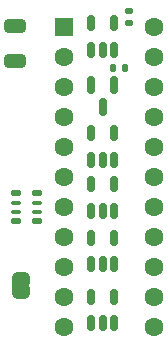
<source format=gbr>
%TF.GenerationSoftware,KiCad,Pcbnew,9.0.2*%
%TF.CreationDate,2025-08-20T10:22:47+06:00*%
%TF.ProjectId,hp3478a-fram,68703334-3738-4612-9d66-72616d2e6b69,rev?*%
%TF.SameCoordinates,Original*%
%TF.FileFunction,Soldermask,Bot*%
%TF.FilePolarity,Negative*%
%FSLAX46Y46*%
G04 Gerber Fmt 4.6, Leading zero omitted, Abs format (unit mm)*
G04 Created by KiCad (PCBNEW 9.0.2) date 2025-08-20 10:22:47*
%MOMM*%
%LPD*%
G01*
G04 APERTURE LIST*
G04 Aperture macros list*
%AMRoundRect*
0 Rectangle with rounded corners*
0 $1 Rounding radius*
0 $2 $3 $4 $5 $6 $7 $8 $9 X,Y pos of 4 corners*
0 Add a 4 corners polygon primitive as box body*
4,1,4,$2,$3,$4,$5,$6,$7,$8,$9,$2,$3,0*
0 Add four circle primitives for the rounded corners*
1,1,$1+$1,$2,$3*
1,1,$1+$1,$4,$5*
1,1,$1+$1,$6,$7*
1,1,$1+$1,$8,$9*
0 Add four rect primitives between the rounded corners*
20,1,$1+$1,$2,$3,$4,$5,0*
20,1,$1+$1,$4,$5,$6,$7,0*
20,1,$1+$1,$6,$7,$8,$9,0*
20,1,$1+$1,$8,$9,$2,$3,0*%
%AMFreePoly0*
4,1,23,0.500000,-0.750000,0.000000,-0.750000,0.000000,-0.745722,-0.065263,-0.745722,-0.191342,-0.711940,-0.304381,-0.646677,-0.396677,-0.554381,-0.461940,-0.441342,-0.495722,-0.315263,-0.495722,-0.250000,-0.500000,-0.250000,-0.500000,0.250000,-0.495722,0.250000,-0.495722,0.315263,-0.461940,0.441342,-0.396677,0.554381,-0.304381,0.646677,-0.191342,0.711940,-0.065263,0.745722,0.000000,0.745722,
0.000000,0.750000,0.500000,0.750000,0.500000,-0.750000,0.500000,-0.750000,$1*%
%AMFreePoly1*
4,1,23,0.000000,0.745722,0.065263,0.745722,0.191342,0.711940,0.304381,0.646677,0.396677,0.554381,0.461940,0.441342,0.495722,0.315263,0.495722,0.250000,0.500000,0.250000,0.500000,-0.250000,0.495722,-0.250000,0.495722,-0.315263,0.461940,-0.441342,0.396677,-0.554381,0.304381,-0.646677,0.191342,-0.711940,0.065263,-0.745722,0.000000,-0.745722,0.000000,-0.750000,-0.500000,-0.750000,
-0.500000,0.750000,0.000000,0.750000,0.000000,0.745722,0.000000,0.745722,$1*%
G04 Aperture macros list end*
%ADD10RoundRect,0.250000X-0.550000X-0.550000X0.550000X-0.550000X0.550000X0.550000X-0.550000X0.550000X0*%
%ADD11C,1.600000*%
%ADD12RoundRect,0.125000X0.275000X0.125000X-0.275000X0.125000X-0.275000X-0.125000X0.275000X-0.125000X0*%
%ADD13RoundRect,0.100000X0.300000X0.100000X-0.300000X0.100000X-0.300000X-0.100000X0.300000X-0.100000X0*%
%ADD14RoundRect,0.150000X0.150000X-0.512500X0.150000X0.512500X-0.150000X0.512500X-0.150000X-0.512500X0*%
%ADD15RoundRect,0.140000X0.170000X-0.140000X0.170000X0.140000X-0.170000X0.140000X-0.170000X-0.140000X0*%
%ADD16RoundRect,0.150000X-0.150000X0.587500X-0.150000X-0.587500X0.150000X-0.587500X0.150000X0.587500X0*%
%ADD17FreePoly0,90.000000*%
%ADD18FreePoly1,90.000000*%
%ADD19RoundRect,0.135000X0.135000X0.185000X-0.135000X0.185000X-0.135000X-0.185000X0.135000X-0.185000X0*%
%ADD20RoundRect,0.250000X-0.650000X0.325000X-0.650000X-0.325000X0.650000X-0.325000X0.650000X0.325000X0*%
G04 APERTURE END LIST*
%TO.C,JP1*%
G36*
X65750000Y-74600000D02*
G01*
X64250000Y-74600000D01*
X64250000Y-74300000D01*
X65750000Y-74300000D01*
X65750000Y-74600000D01*
G37*
%TD*%
D10*
%TO.C,J1*%
X68692500Y-52565000D03*
D11*
X68692500Y-55105000D03*
X68692500Y-57645000D03*
X68692500Y-60185000D03*
X68692500Y-62725000D03*
X68692500Y-65265000D03*
X68692500Y-67805000D03*
X68692500Y-70345000D03*
X68692500Y-72885000D03*
X68692500Y-75425000D03*
X68692500Y-77965000D03*
X76312500Y-77965000D03*
X76312500Y-75425000D03*
X76312500Y-72885000D03*
X76312500Y-70345000D03*
X76312500Y-67805000D03*
X76312500Y-65265000D03*
X76312500Y-62725000D03*
X76312500Y-60185000D03*
X76312500Y-57645000D03*
X76312500Y-55105000D03*
X76312500Y-52565000D03*
%TD*%
D12*
%TO.C,RN2*%
X66400000Y-66600000D03*
D13*
X66400000Y-67400000D03*
X66400000Y-68200000D03*
D12*
X66400000Y-69000000D03*
X64600000Y-69000000D03*
D13*
X64600000Y-68200000D03*
X64600000Y-67400000D03*
D12*
X64600000Y-66600000D03*
%TD*%
D14*
%TO.C,U4*%
X72900000Y-77637500D03*
X71950000Y-77637500D03*
X71000000Y-77637500D03*
X71000000Y-75362500D03*
X72900000Y-75362500D03*
%TD*%
D15*
%TO.C,C2*%
X74200000Y-52180000D03*
X74200000Y-51220000D03*
%TD*%
D14*
%TO.C,U3*%
X72900000Y-54500000D03*
X71950000Y-54500000D03*
X71000000Y-54500000D03*
X71000000Y-52225000D03*
X72900000Y-52225000D03*
%TD*%
%TO.C,U7*%
X72900000Y-63775000D03*
X71950000Y-63775000D03*
X71000000Y-63775000D03*
X71000000Y-61500000D03*
X72900000Y-61500000D03*
%TD*%
D16*
%TO.C,U2*%
X71000000Y-57462500D03*
X72900000Y-57462500D03*
X71950000Y-59337500D03*
%TD*%
D17*
%TO.C,JP1*%
X65000000Y-75100000D03*
D18*
X65000000Y-73800000D03*
%TD*%
D14*
%TO.C,U5*%
X72900000Y-68137500D03*
X71950000Y-68137500D03*
X71000000Y-68137500D03*
X71000000Y-65862500D03*
X72900000Y-65862500D03*
%TD*%
%TO.C,U6*%
X72900000Y-72637500D03*
X71950000Y-72637500D03*
X71000000Y-72637500D03*
X71000000Y-70362500D03*
X72900000Y-70362500D03*
%TD*%
D19*
%TO.C,R1*%
X73810000Y-56000000D03*
X72790000Y-56000000D03*
%TD*%
D20*
%TO.C,C1*%
X64500000Y-52425000D03*
X64500000Y-55375000D03*
%TD*%
M02*

</source>
